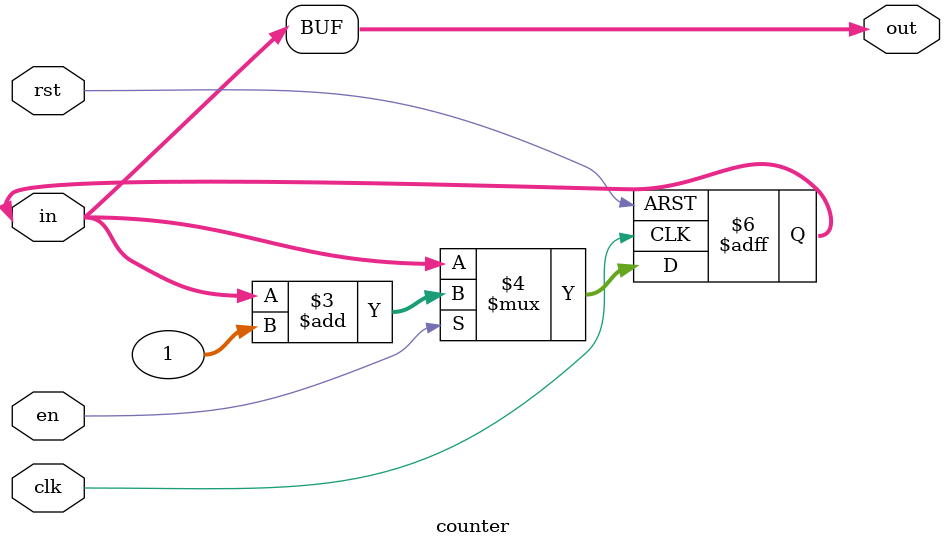
<source format=v>
`timescale 1ns / 10ps
 
module counter(
    input clk,
    input en,
    input rst,
    input wire[31:0] in,
    output reg[31:0] out
    );
 
    always @(in) begin
        out = in;
    end 
 
    always @(posedge clk or posedge rst) begin
        if (rst) begin
            out <= 0;
        end else if (en) begin
            out <= out + 1;
        end
    end
 
endmodule
</source>
